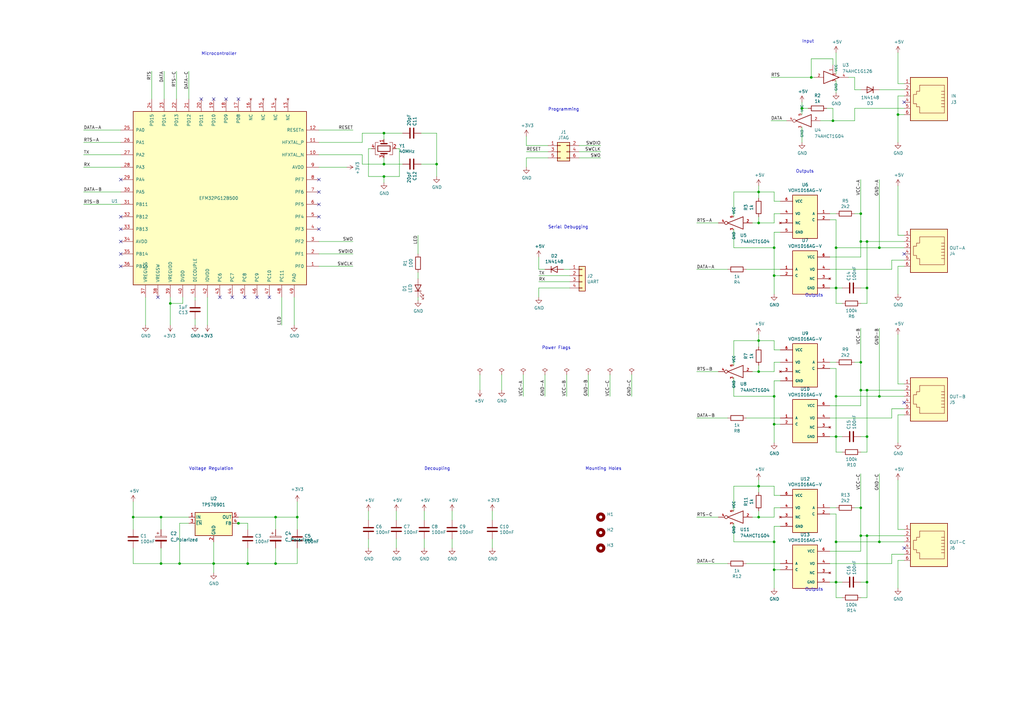
<source format=kicad_sch>
(kicad_sch (version 20211123) (generator eeschema)
  (paper "A3")
  (junction (at 353.06 160.02))
  (junction (at 355.6 99.06))
  (junction (at 157.48 67.31))
  (junction (at 353.06 208.28))
  (junction (at 317.5 101.6))
  (junction (at 355.6 219.71))
  (junction (at 157.48 72.39))
  (junction (at 353.06 87.63))
  (junction (at 342.9 179.07))
  (junction (at 311.15 78.74))
  (junction (at 341.63 49.53))
  (junction (at 317.5 173.99))
  (junction (at 368.3 46.99))
  (junction (at 54.61 212.09))
  (junction (at 353.06 99.06))
  (junction (at 69.85 124.46))
  (junction (at 342.9 101.6))
  (junction (at 360.68 101.6))
  (junction (at 342.9 118.11))
  (junction (at 179.07 67.31))
  (junction (at 66.04 212.09))
  (junction (at 342.9 162.56))
  (junction (at 342.9 238.76))
  (junction (at 311.15 212.09))
  (junction (at 332.74 31.75))
  (junction (at 73.66 231.14))
  (junction (at 355.6 179.07))
  (junction (at 317.5 222.25))
  (junction (at 342.9 222.25))
  (junction (at 311.15 152.4))
  (junction (at 360.68 162.56))
  (junction (at 66.04 231.14))
  (junction (at 311.15 91.44))
  (junction (at 101.6 231.14))
  (junction (at 355.6 160.02))
  (junction (at 121.92 212.09))
  (junction (at 317.5 233.68))
  (junction (at 353.06 148.59))
  (junction (at 113.03 212.09))
  (junction (at 311.15 199.39))
  (junction (at 328.93 44.45))
  (junction (at 317.5 162.56))
  (junction (at 317.5 113.03))
  (junction (at 360.68 222.25))
  (junction (at 113.03 231.14))
  (junction (at 355.6 118.11))
  (junction (at 355.6 238.76))
  (junction (at 311.15 139.7))
  (junction (at 353.06 219.71))
  (junction (at 157.48 54.61))
  (junction (at 97.79 214.63))
  (junction (at 87.63 231.14))
  (no_connect (at 49.53 73.66))
  (no_connect (at 130.81 88.9))
  (no_connect (at 49.53 93.98))
  (no_connect (at 49.53 88.9))
  (no_connect (at 105.41 121.92))
  (no_connect (at 130.81 78.74))
  (no_connect (at 130.81 73.66))
  (no_connect (at 370.84 224.79))
  (no_connect (at 370.84 165.1))
  (no_connect (at 130.81 83.82))
  (no_connect (at 82.55 40.64))
  (no_connect (at 97.79 40.64))
  (no_connect (at 49.53 109.22))
  (no_connect (at 370.84 41.91))
  (no_connect (at 90.17 121.92))
  (no_connect (at 92.71 40.64))
  (no_connect (at 95.25 121.92))
  (no_connect (at 100.33 121.92))
  (no_connect (at 110.49 121.92))
  (no_connect (at 64.77 121.92))
  (no_connect (at 87.63 40.64))
  (no_connect (at 49.53 104.14))
  (no_connect (at 49.53 99.06))
  (no_connect (at 370.84 104.14))
  (no_connect (at 130.81 93.98))
  (wire (pts (xy 49.53 68.58) (xy 34.29 68.58)))
  (wire (pts (xy 162.56 220.98) (xy 162.56 224.79)))
  (wire (pts (xy 66.04 231.14) (xy 73.66 231.14)))
  (wire (pts (xy 353.06 219.71) (xy 355.6 219.71)))
  (wire (pts (xy 340.36 90.17) (xy 342.9 90.17)))
  (wire (pts (xy 298.45 231.14) (xy 285.75 231.14)))
  (wire (pts (xy 157.48 57.15) (xy 157.48 54.61)))
  (wire (pts (xy 317.5 208.28) (xy 317.5 212.09)))
  (wire (pts (xy 224.79 62.23) (xy 215.9 62.23)))
  (wire (pts (xy 185.42 220.98) (xy 185.42 224.79)))
  (wire (pts (xy 340.36 151.13) (xy 342.9 151.13)))
  (wire (pts (xy 311.15 212.09) (xy 317.5 212.09)))
  (wire (pts (xy 311.15 199.39) (xy 317.5 199.39)))
  (wire (pts (xy 201.93 220.98) (xy 201.93 224.79)))
  (wire (pts (xy 95.25 214.63) (xy 97.79 214.63)))
  (wire (pts (xy 360.68 101.6) (xy 370.84 101.6)))
  (wire (pts (xy 328.93 52.07) (xy 328.93 58.42)))
  (wire (pts (xy 220.98 110.49) (xy 223.52 110.49)))
  (wire (pts (xy 298.45 171.45) (xy 285.75 171.45)))
  (wire (pts (xy 157.48 74.93) (xy 157.48 72.39)))
  (wire (pts (xy 300.99 139.7) (xy 311.15 139.7)))
  (wire (pts (xy 300.99 139.7) (xy 300.99 149.86)))
  (wire (pts (xy 121.92 217.17) (xy 121.92 212.09)))
  (wire (pts (xy 308.61 152.4) (xy 311.15 152.4)))
  (wire (pts (xy 353.06 160.02) (xy 355.6 160.02)))
  (wire (pts (xy 179.07 67.31) (xy 179.07 72.39)))
  (wire (pts (xy 311.15 209.55) (xy 311.15 212.09)))
  (wire (pts (xy 328.93 44.45) (xy 328.93 41.91)))
  (wire (pts (xy 355.6 245.11) (xy 355.6 238.76)))
  (wire (pts (xy 355.6 160.02) (xy 370.84 160.02)))
  (wire (pts (xy 328.93 46.99) (xy 328.93 44.45)))
  (wire (pts (xy 185.42 213.36) (xy 185.42 209.55)))
  (wire (pts (xy 370.84 157.48) (xy 368.3 157.48)))
  (wire (pts (xy 241.3 153.67) (xy 241.3 162.56)))
  (wire (pts (xy 355.6 99.06) (xy 370.84 99.06)))
  (wire (pts (xy 163.83 60.96) (xy 163.83 72.39)))
  (wire (pts (xy 360.68 134.62) (xy 360.68 162.56)))
  (wire (pts (xy 342.9 118.11) (xy 340.36 118.11)))
  (wire (pts (xy 365.76 106.68) (xy 365.76 110.49)))
  (wire (pts (xy 353.06 148.59) (xy 353.06 160.02)))
  (wire (pts (xy 370.84 96.52) (xy 368.3 96.52)))
  (wire (pts (xy 300.99 101.6) (xy 317.5 101.6)))
  (wire (pts (xy 350.52 44.45) (xy 370.84 44.45)))
  (wire (pts (xy 368.3 157.48) (xy 368.3 137.16)))
  (wire (pts (xy 317.5 173.99) (xy 317.5 181.61)))
  (wire (pts (xy 311.15 152.4) (xy 317.5 152.4)))
  (wire (pts (xy 205.74 153.67) (xy 205.74 160.02)))
  (wire (pts (xy 345.44 179.07) (xy 342.9 179.07)))
  (wire (pts (xy 353.06 179.07) (xy 355.6 179.07)))
  (wire (pts (xy 355.6 238.76) (xy 355.6 219.71)))
  (wire (pts (xy 311.15 139.7) (xy 317.5 139.7)))
  (wire (pts (xy 320.04 156.21) (xy 317.5 156.21)))
  (wire (pts (xy 353.06 118.11) (xy 355.6 118.11)))
  (wire (pts (xy 101.6 214.63) (xy 101.6 217.17)))
  (wire (pts (xy 353.06 99.06) (xy 355.6 99.06)))
  (wire (pts (xy 311.15 81.28) (xy 311.15 78.74)))
  (wire (pts (xy 49.53 53.34) (xy 34.29 53.34)))
  (wire (pts (xy 317.5 222.25) (xy 317.5 233.68)))
  (wire (pts (xy 353.06 245.11) (xy 355.6 245.11)))
  (wire (pts (xy 311.15 91.44) (xy 317.5 91.44)))
  (wire (pts (xy 339.09 44.45) (xy 341.63 44.45)))
  (wire (pts (xy 311.15 137.16) (xy 311.15 139.7)))
  (wire (pts (xy 347.98 31.75) (xy 350.52 31.75)))
  (wire (pts (xy 172.72 54.61) (xy 179.07 54.61)))
  (wire (pts (xy 300.99 222.25) (xy 317.5 222.25)))
  (wire (pts (xy 368.3 96.52) (xy 368.3 76.2)))
  (wire (pts (xy 300.99 78.74) (xy 311.15 78.74)))
  (wire (pts (xy 317.5 156.21) (xy 317.5 162.56)))
  (wire (pts (xy 342.9 148.59) (xy 340.36 148.59)))
  (wire (pts (xy 316.23 31.75) (xy 332.74 31.75)))
  (wire (pts (xy 80.01 130.81) (xy 80.01 133.35)))
  (wire (pts (xy 308.61 91.44) (xy 311.15 91.44)))
  (wire (pts (xy 113.03 212.09) (xy 121.92 212.09)))
  (wire (pts (xy 294.64 152.4) (xy 285.75 152.4)))
  (wire (pts (xy 300.99 78.74) (xy 300.99 88.9)))
  (wire (pts (xy 196.85 153.67) (xy 196.85 160.02)))
  (wire (pts (xy 365.76 227.33) (xy 365.76 231.14)))
  (wire (pts (xy 85.09 121.92) (xy 85.09 133.35)))
  (wire (pts (xy 171.45 96.52) (xy 171.45 104.14)))
  (wire (pts (xy 368.3 217.17) (xy 368.3 196.85)))
  (wire (pts (xy 317.5 143.51) (xy 317.5 139.7)))
  (wire (pts (xy 317.5 148.59) (xy 317.5 152.4)))
  (wire (pts (xy 341.63 49.53) (xy 350.52 49.53)))
  (wire (pts (xy 317.5 82.55) (xy 317.5 78.74)))
  (wire (pts (xy 353.06 185.42) (xy 355.6 185.42)))
  (wire (pts (xy 342.9 101.6) (xy 360.68 101.6)))
  (wire (pts (xy 340.36 226.06) (xy 353.06 226.06)))
  (wire (pts (xy 300.99 154.94) (xy 300.99 162.56)))
  (wire (pts (xy 332.74 31.75) (xy 332.74 24.13)))
  (wire (pts (xy 148.59 63.5) (xy 148.59 67.31)))
  (wire (pts (xy 320.04 87.63) (xy 317.5 87.63)))
  (wire (pts (xy 345.44 245.11) (xy 342.9 245.11)))
  (wire (pts (xy 332.74 24.13) (xy 341.63 24.13)))
  (wire (pts (xy 311.15 88.9) (xy 311.15 91.44)))
  (wire (pts (xy 311.15 76.2) (xy 311.15 78.74)))
  (wire (pts (xy 350.52 148.59) (xy 353.06 148.59)))
  (wire (pts (xy 320.04 215.9) (xy 317.5 215.9)))
  (wire (pts (xy 322.58 49.53) (xy 316.23 49.53)))
  (wire (pts (xy 59.69 121.92) (xy 59.69 133.35)))
  (wire (pts (xy 80.01 121.92) (xy 80.01 123.19)))
  (wire (pts (xy 370.84 34.29) (xy 368.3 34.29)))
  (wire (pts (xy 360.68 194.31) (xy 360.68 222.25)))
  (wire (pts (xy 353.06 87.63) (xy 353.06 99.06)))
  (wire (pts (xy 162.56 213.36) (xy 162.56 209.55)))
  (wire (pts (xy 360.68 36.83) (xy 370.84 36.83)))
  (wire (pts (xy 340.36 210.82) (xy 342.9 210.82)))
  (wire (pts (xy 259.08 153.67) (xy 259.08 162.56)))
  (wire (pts (xy 320.04 95.25) (xy 317.5 95.25)))
  (wire (pts (xy 336.55 49.53) (xy 341.63 49.53)))
  (wire (pts (xy 320.04 148.59) (xy 317.5 148.59)))
  (wire (pts (xy 173.99 213.36) (xy 173.99 209.55)))
  (wire (pts (xy 342.9 179.07) (xy 340.36 179.07)))
  (wire (pts (xy 62.23 40.64) (xy 62.23 29.21)))
  (wire (pts (xy 151.13 213.36) (xy 151.13 209.55)))
  (wire (pts (xy 342.9 21.59) (xy 342.9 30.48)))
  (wire (pts (xy 73.66 231.14) (xy 87.63 231.14)))
  (wire (pts (xy 342.9 210.82) (xy 342.9 222.25)))
  (wire (pts (xy 201.93 213.36) (xy 201.93 209.55)))
  (wire (pts (xy 69.85 124.46) (xy 69.85 133.35)))
  (wire (pts (xy 365.76 110.49) (xy 340.36 110.49)))
  (wire (pts (xy 311.15 196.85) (xy 311.15 199.39)))
  (wire (pts (xy 294.64 212.09) (xy 285.75 212.09)))
  (wire (pts (xy 342.9 162.56) (xy 360.68 162.56)))
  (wire (pts (xy 171.45 114.3) (xy 171.45 111.76)))
  (wire (pts (xy 370.84 217.17) (xy 368.3 217.17)))
  (wire (pts (xy 370.84 170.18) (xy 368.3 170.18)))
  (wire (pts (xy 224.79 59.69) (xy 215.9 59.69)))
  (wire (pts (xy 49.53 78.74) (xy 34.29 78.74)))
  (wire (pts (xy 157.48 54.61) (xy 165.1 54.61)))
  (wire (pts (xy 342.9 87.63) (xy 340.36 87.63)))
  (wire (pts (xy 311.15 201.93) (xy 311.15 199.39)))
  (wire (pts (xy 66.04 212.09) (xy 54.61 212.09)))
  (wire (pts (xy 101.6 231.14) (xy 113.03 231.14)))
  (wire (pts (xy 69.85 124.46) (xy 74.93 124.46)))
  (wire (pts (xy 353.06 134.62) (xy 353.06 148.59)))
  (wire (pts (xy 74.93 124.46) (xy 74.93 121.92)))
  (wire (pts (xy 97.79 214.63) (xy 101.6 214.63)))
  (wire (pts (xy 317.5 173.99) (xy 320.04 173.99)))
  (wire (pts (xy 237.49 62.23) (xy 246.38 62.23)))
  (wire (pts (xy 317.5 113.03) (xy 320.04 113.03)))
  (wire (pts (xy 317.5 95.25) (xy 317.5 101.6)))
  (wire (pts (xy 115.57 121.92) (xy 115.57 133.35)))
  (wire (pts (xy 342.9 151.13) (xy 342.9 162.56)))
  (wire (pts (xy 320.04 82.55) (xy 317.5 82.55)))
  (wire (pts (xy 220.98 110.49) (xy 220.98 105.41)))
  (wire (pts (xy 311.15 142.24) (xy 311.15 139.7)))
  (wire (pts (xy 317.5 162.56) (xy 317.5 173.99)))
  (wire (pts (xy 353.06 124.46) (xy 355.6 124.46)))
  (wire (pts (xy 66.04 231.14) (xy 54.61 231.14)))
  (wire (pts (xy 214.63 153.67) (xy 214.63 162.56)))
  (wire (pts (xy 353.06 194.31) (xy 353.06 208.28)))
  (wire (pts (xy 220.98 113.03) (xy 233.68 113.03)))
  (wire (pts (xy 345.44 238.76) (xy 342.9 238.76)))
  (wire (pts (xy 306.07 231.14) (xy 320.04 231.14)))
  (wire (pts (xy 49.53 83.82) (xy 34.29 83.82)))
  (wire (pts (xy 130.81 63.5) (xy 148.59 63.5)))
  (wire (pts (xy 353.06 208.28) (xy 353.06 219.71)))
  (wire (pts (xy 231.14 110.49) (xy 233.68 110.49)))
  (wire (pts (xy 308.61 212.09) (xy 311.15 212.09)))
  (wire (pts (xy 341.63 24.13) (xy 341.63 26.67)))
  (wire (pts (xy 342.9 222.25) (xy 342.9 238.76)))
  (wire (pts (xy 331.47 44.45) (xy 328.93 44.45)))
  (wire (pts (xy 233.68 118.11) (xy 220.98 118.11)))
  (wire (pts (xy 342.9 222.25) (xy 360.68 222.25)))
  (wire (pts (xy 121.92 212.09) (xy 121.92 205.74)))
  (wire (pts (xy 157.48 67.31) (xy 165.1 67.31)))
  (wire (pts (xy 353.06 73.66) (xy 353.06 87.63)))
  (wire (pts (xy 340.36 105.41) (xy 353.06 105.41)))
  (wire (pts (xy 370.84 109.22) (xy 368.3 109.22)))
  (wire (pts (xy 342.9 238.76) (xy 340.36 238.76)))
  (wire (pts (xy 370.84 229.87) (xy 368.3 229.87)))
  (wire (pts (xy 340.36 166.37) (xy 353.06 166.37)))
  (wire (pts (xy 317.5 233.68) (xy 317.5 241.3)))
  (wire (pts (xy 77.47 214.63) (xy 73.66 214.63)))
  (wire (pts (xy 54.61 212.09) (xy 54.61 205.74)))
  (wire (pts (xy 148.59 58.42) (xy 148.59 54.61)))
  (wire (pts (xy 350.52 36.83) (xy 350.52 31.75)))
  (wire (pts (xy 342.9 162.56) (xy 342.9 179.07)))
  (wire (pts (xy 66.04 212.09) (xy 66.04 217.17)))
  (wire (pts (xy 311.15 78.74) (xy 317.5 78.74)))
  (wire (pts (xy 151.13 72.39) (xy 151.13 60.96)))
  (wire (pts (xy 370.84 46.99) (xy 368.3 46.99)))
  (wire (pts (xy 148.59 54.61) (xy 157.48 54.61)))
  (wire (pts (xy 365.76 171.45) (xy 340.36 171.45)))
  (wire (pts (xy 342.9 90.17) (xy 342.9 101.6)))
  (wire (pts (xy 77.47 40.64) (xy 77.47 29.21)))
  (wire (pts (xy 317.5 233.68) (xy 320.04 233.68)))
  (wire (pts (xy 87.63 231.14) (xy 101.6 231.14)))
  (wire (pts (xy 300.99 199.39) (xy 311.15 199.39)))
  (wire (pts (xy 77.47 212.09) (xy 66.04 212.09)))
  (wire (pts (xy 368.3 109.22) (xy 368.3 120.65)))
  (wire (pts (xy 341.63 44.45) (xy 341.63 49.53)))
  (wire (pts (xy 317.5 113.03) (xy 317.5 120.65)))
  (wire (pts (xy 317.5 101.6) (xy 317.5 113.03)))
  (wire (pts (xy 130.81 58.42) (xy 148.59 58.42)))
  (wire (pts (xy 66.04 224.79) (xy 66.04 231.14)))
  (wire (pts (xy 350.52 44.45) (xy 350.52 49.53)))
  (wire (pts (xy 365.76 231.14) (xy 340.36 231.14)))
  (wire (pts (xy 148.59 67.31) (xy 157.48 67.31)))
  (wire (pts (xy 317.5 87.63) (xy 317.5 91.44)))
  (wire (pts (xy 130.81 109.22) (xy 144.78 109.22)))
  (wire (pts (xy 220.98 118.11) (xy 220.98 121.92)))
  (wire (pts (xy 368.3 39.37) (xy 368.3 46.99)))
  (wire (pts (xy 317.5 203.2) (xy 317.5 199.39)))
  (wire (pts (xy 368.3 241.3) (xy 368.3 229.87)))
  (wire (pts (xy 368.3 170.18) (xy 368.3 181.61)))
  (wire (pts (xy 342.9 124.46) (xy 342.9 118.11)))
  (wire (pts (xy 215.9 59.69) (xy 215.9 55.88)))
  (wire (pts (xy 355.6 124.46) (xy 355.6 118.11)))
  (wire (pts (xy 223.52 153.67) (xy 223.52 162.56)))
  (wire (pts (xy 250.19 153.67) (xy 250.19 162.56)))
  (wire (pts (xy 353.06 226.06) (xy 353.06 219.71)))
  (wire (pts (xy 87.63 234.95) (xy 87.63 231.14)))
  (wire (pts (xy 355.6 118.11) (xy 355.6 99.06)))
  (wire (pts (xy 67.31 40.64) (xy 67.31 29.21)))
  (wire (pts (xy 365.76 167.64) (xy 365.76 171.45)))
  (wire (pts (xy 215.9 64.77) (xy 215.9 68.58)))
  (wire (pts (xy 233.68 115.57) (xy 220.98 115.57)))
  (wire (pts (xy 157.48 72.39) (xy 163.83 72.39)))
  (wire (pts (xy 306.07 110.49) (xy 320.04 110.49)))
  (wire (pts (xy 317.5 215.9) (xy 317.5 222.25)))
  (wire (pts (xy 121.92 231.14) (xy 113.03 231.14)))
  (wire (pts (xy 113.03 231.14) (xy 113.03 224.79)))
  (wire (pts (xy 345.44 185.42) (xy 342.9 185.42)))
  (wire (pts (xy 355.6 185.42) (xy 355.6 179.07)))
  (wire (pts (xy 342.9 101.6) (xy 342.9 118.11)))
  (wire (pts (xy 113.03 217.17) (xy 113.03 212.09)))
  (wire (pts (xy 360.68 222.25) (xy 370.84 222.25)))
  (wire (pts (xy 370.84 167.64) (xy 365.76 167.64)))
  (wire (pts (xy 49.53 58.42) (xy 34.29 58.42)))
  (wire (pts (xy 342.9 185.42) (xy 342.9 179.07)))
  (wire (pts (xy 157.48 64.77) (xy 157.48 67.31)))
  (wire (pts (xy 353.06 238.76) (xy 355.6 238.76)))
  (wire (pts (xy 306.07 171.45) (xy 320.04 171.45)))
  (wire (pts (xy 350.52 36.83) (xy 353.06 36.83)))
  (wire (pts (xy 87.63 231.14) (xy 87.63 222.25)))
  (wire (pts (xy 179.07 67.31) (xy 172.72 67.31)))
  (wire (pts (xy 294.64 91.44) (xy 285.75 91.44)))
  (wire (pts (xy 342.9 245.11) (xy 342.9 238.76)))
  (wire (pts (xy 355.6 219.71) (xy 370.84 219.71)))
  (wire (pts (xy 345.44 118.11) (xy 342.9 118.11)))
  (wire (pts (xy 151.13 72.39) (xy 157.48 72.39)))
  (wire (pts (xy 300.99 199.39) (xy 300.99 209.55)))
  (wire (pts (xy 151.13 220.98) (xy 151.13 224.79)))
  (wire (pts (xy 237.49 64.77) (xy 246.38 64.77)))
  (wire (pts (xy 353.06 166.37) (xy 353.06 160.02)))
  (wire (pts (xy 342.9 208.28) (xy 340.36 208.28)))
  (wire (pts (xy 151.13 60.96) (xy 152.4 60.96)))
  (wire (pts (xy 320.04 143.51) (xy 317.5 143.51)))
  (wire (pts (xy 54.61 224.79) (xy 54.61 231.14)))
  (wire (pts (xy 350.52 208.28) (xy 353.06 208.28)))
  (wire (pts (xy 237.49 59.69) (xy 246.38 59.69)))
  (wire (pts (xy 173.99 220.98) (xy 173.99 224.79)))
  (wire (pts (xy 368.3 34.29) (xy 368.3 21.59)))
  (wire (pts (xy 130.81 104.14) (xy 144.78 104.14)))
  (wire (pts (xy 73.66 214.63) (xy 73.66 231.14)))
  (wire (pts (xy 120.65 121.92) (xy 120.65 133.35)))
  (wire (pts (xy 370.84 227.33) (xy 365.76 227.33)))
  (wire (pts (xy 179.07 54.61) (xy 179.07 67.31)))
  (wire (pts (xy 130.81 99.06) (xy 144.78 99.06)))
  (wire (pts (xy 370.84 39.37) (xy 368.3 39.37)))
  (wire (pts (xy 232.41 153.67) (xy 232.41 162.56)))
  (wire (pts (xy 130.81 68.58) (xy 142.24 68.58)))
  (wire (pts (xy 332.74 31.75) (xy 334.01 31.75)))
  (wire (pts (xy 224.79 64.77) (xy 215.9 64.77)))
  (wire (pts (xy 311.15 149.86) (xy 311.15 152.4)))
  (wire (pts (xy 300.99 214.63) (xy 300.99 222.25)))
  (wire (pts (xy 368.3 46.99) (xy 368.3 58.42)))
  (wire (pts (xy 130.81 53.34) (xy 144.78 53.34)))
  (wire (pts (xy 370.84 106.68) (xy 365.76 106.68)))
  (wire (pts (xy 320.04 203.2) (xy 317.5 203.2)))
  (wire (pts (xy 360.68 162.56) (xy 370.84 162.56)))
  (wire (pts (xy 342.9 33.02) (xy 342.9 38.1)))
  (wire (pts (xy 101.6 224.79) (xy 101.6 231.14)))
  (wire (pts (xy 350.52 87.63) (xy 353.06 87.63)))
  (wire (pts (xy 355.6 179.07) (xy 355.6 160.02)))
  (wire (pts (xy 171.45 121.92) (xy 171.45 123.19)))
  (wire (pts (xy 72.39 40.64) (xy 72.39 29.21)))
  (wire (pts (xy 353.06 105.41) (xy 353.06 99.06)))
  (wire (pts (xy 69.85 121.92) (xy 69.85 124.46)))
  (wire (pts (xy 300.99 162.56) (xy 317.5 162.56)))
  (wire (pts (xy 97.79 212.09) (xy 113.03 212.09)))
  (wire (pts (xy 360.68 73.66) (xy 360.68 101.6)))
  (wire (pts (xy 345.44 124.46) (xy 342.9 124.46)))
  (wire (pts (xy 54.61 212.09) (xy 54.61 217.17)))
  (wire (pts (xy 49.53 63.5) (xy 34.29 63.5)))
  (wire (pts (xy 300.99 93.98) (xy 300.99 101.6)))
  (wire (pts (xy 162.56 60.96) (xy 163.83 60.96)))
  (wire (pts (xy 320.04 208.28) (xy 317.5 208.28)))
  (wire (pts (xy 121.92 224.79) (xy 121.92 231.14)))
  (wire (pts (xy 298.45 110.49) (xy 285.75 110.49)))
  (text "Decoupling" (at 173.99 193.04 0) (effects (font (size 1.27 1.27)) (justify left bottom)))
  (text "Microcontroller" (at 82.55 22.86 0) (effects (font (size 1.27 1.27)) (justify left bottom)))
  (text "Outputs" (at 330.2 242.57 0) (effects (font (size 1.27 1.27)) (justify left bottom)))
  (text "Input" (at 328.93 17.78 0) (effects (font (size 1.27 1.27)) (justify left bottom)))
  (text "Serial Debugging" (at 224.79 93.98 0) (effects (font (size 1.27 1.27)) (justify left bottom)))
  (text "Outputs" (at 326.39 71.12 0) (effects (font (size 1.27 1.27)) (justify left bottom)))
  (text "Mounting Holes" (at 240.03 193.04 0) (effects (font (size 1.27 1.27)) (justify left bottom)))
  (text "Voltage Regulation" (at 77.47 193.04 0) (effects (font (size 1.27 1.27)) (justify left bottom)))
  (text "Programming" (at 224.79 45.72 0) (effects (font (size 1.27 1.27)) (justify left bottom)))
  (text "Power Flags" (at 222.25 143.51 0) (effects (font (size 1.27 1.27)) (justify left bottom)))
  (text "Outputs" (at 330.2 121.92 0) (effects (font (size 1.27 1.27)) (justify left bottom)))
  (label "VCC-C" (at 250.19 162.56 90))
  (label "RX" (at 220.98 115.57 0))
  (label "GND-B" (at 360.68 134.62 270))
  (label "GND-C" (at 360.68 194.31 270))
  (label "SWCLK" (at 246.38 62.23 180))
  (label "GND-A" (at 360.68 73.66 270))
  (label "DATA-A" (at 285.75 110.49 0))
  (label "RX" (at 34.29 68.58 0))
  (label "DATA" (at 67.31 29.21 270))
  (label "VCC-B" (at 232.41 162.56 90))
  (label "LED" (at 171.45 96.52 270))
  (label "TX" (at 34.29 63.5 0))
  (label "GND-B" (at 241.3 162.56 90))
  (label "RTS-A" (at 285.75 91.44 0))
  (label "RTS-A" (at 34.29 58.42 0))
  (label "SWDIO" (at 144.78 104.14 180))
  (label "DATA-A" (at 34.29 53.34 0))
  (label "DATA-B" (at 34.29 78.74 0))
  (label "RTS-C" (at 285.75 212.09 0))
  (label "LED" (at 115.57 133.35 90))
  (label "RTS-B" (at 34.29 83.82 0))
  (label "GND-C" (at 259.08 162.56 90))
  (label "DATA-B" (at 285.75 171.45 0))
  (label "VCC-B" (at 353.06 134.62 270))
  (label "DATA-C" (at 77.47 29.21 270))
  (label "RESET" (at 215.9 62.23 0))
  (label "SWDIO" (at 246.38 59.69 180))
  (label "RTS" (at 316.23 31.75 0))
  (label "RTS-B" (at 285.75 152.4 0))
  (label "RESET" (at 144.78 53.34 180))
  (label "VCC-A" (at 214.63 162.56 90))
  (label "DATA-C" (at 285.75 231.14 0))
  (label "DATA" (at 316.23 49.53 0))
  (label "RTS" (at 62.23 29.21 270))
  (label "TX" (at 220.98 113.03 0))
  (label "GND-A" (at 223.52 162.56 90))
  (label "VCC-A" (at 353.06 73.66 270))
  (label "SWCLK" (at 144.78 109.22 180))
  (label "RTS-C" (at 72.39 29.21 270))
  (label "SWO" (at 144.78 99.06 180))
  (label "SWO" (at 246.38 64.77 180))
  (label "VCC-C" (at 353.06 194.31 270))
  (symbol (lib_id "Connector:RJ12") (at 381 39.37 180) (unit 1)
    (property "Reference" "J3" (at 391.16 41.91 0))
    (property "Value" "IN" (at 391.16 39.37 0))
    (property "Footprint" "Connector_RJ:RJ12_Amphenol_54601" (effects hide))
  )
  (symbol (lib_id "Connector:RJ12") (at 381 101.6 180) (unit 1)
    (property "Reference" "J4" (at 389.382 104.0384 0) (effects (justify right)))
    (property "Value" "OUT-A" (at 389.382 101.727 0) (effects (justify right)))
    (property "Footprint" "Connector_RJ:RJ12_Amphenol_54601" (effects hide))
  )
  (symbol (lib_id "Connector:RJ12") (at 381 162.56 180) (unit 1)
    (property "Reference" "J5" (at 389.382 164.9984 0) (effects (justify right)))
    (property "Value" "OUT-B" (at 389.382 162.687 0) (effects (justify right)))
    (property "Footprint" "Connector_RJ:RJ12_Amphenol_54601" (effects hide))
  )
  (symbol (lib_id "Connector:RJ12") (at 381 222.25 180) (unit 1)
    (property "Reference" "J6" (at 389.382 224.6884 0) (effects (justify right)))
    (property "Value" "OUT-C" (at 389.382 222.377 0) (effects (justify right)))
    (property "Footprint" "Connector_RJ:RJ12_Amphenol_54601" (effects hide))
  )
  (symbol (lib_id "Connector_Generic:Conn_01x04") (at 238.76 113.03 0) (unit 1)
    (property "Reference" "J2" (at 240.792 113.2332 0) (effects (justify left)))
    (property "Value" "UART" (at 240.792 115.5446 0) (effects (justify left)))
    (property "Footprint" "Connector_PinHeader_1.27mm:PinHeader_1x04_P1.27mm_Vertical" (effects hide))
  )
  (symbol (lib_id "power:GND") (at 220.98 121.92 0) (unit 1)
    (property "Reference" "#PWR026" (effects hide))
    (property "Value" "GND" (at 221.107 126.3142 0))
  )
  (symbol (lib_id "power:+5V") (at 220.98 105.41 0) (unit 1)
    (property "Reference" "#PWR025" (effects hide))
    (property "Value" "+5V" (at 221.361 101.0158 0))
  )
  (symbol (lib_id "power:GND") (at 87.63 234.95 0) (unit 1)
    (property "Reference" "#PWR07" (effects hide))
    (property "Value" "GND" (at 87.757 239.3442 0))
  )
  (symbol (lib_id "silabs:EFM32PG12B500") (at 90.17 81.28 180) (unit 1)
    (property "Reference" "U1" (at 48.4124 82.4484 0) (effects (justify left)))
    (property "Value" "EFM32PG12B500" (at 97.79 81.28 0) (effects (justify left)))
    (property "Footprint" "Package_DFN_QFN:QFN-48-1EP_7x7mm_P0.5mm_EP5.3x5.3mm" (effects hide))
  )
  (symbol (lib_id "Device:C") (at 121.92 220.98 0) (unit 1)
    (property "Reference" "C5" (at 124.841 219.8116 0) (effects (justify left)))
    (property "Value" "100nF" (at 124.841 222.123 0) (effects (justify left)))
    (property "Footprint" "Capacitor_SMD:C_0603_1608Metric" (effects hide))
  )
  (symbol (lib_id "Device:C") (at 54.61 220.98 0) (unit 1)
    (property "Reference" "C1" (at 57.531 219.8116 0) (effects (justify left)))
    (property "Value" "100nF" (at 57.531 222.123 0) (effects (justify left)))
    (property "Footprint" "Capacitor_SMD:C_0603_1608Metric" (effects hide))
  )
  (symbol (lib_id "power:+5V") (at 54.61 205.74 0) (unit 1)
    (property "Reference" "#PWR02" (effects hide))
    (property "Value" "+5V" (at 54.991 201.3458 0))
  )
  (symbol (lib_id "Device:C") (at 168.91 54.61 270) (mirror x) (unit 1)
    (property "Reference" "C11" (at 170.0784 51.689 0) (effects (justify left)))
    (property "Value" "20pF" (at 167.767 51.689 0) (effects (justify left)))
    (property "Footprint" "Capacitor_SMD:C_0603_1608Metric" (effects hide))
  )
  (symbol (lib_id "Device:C") (at 168.91 67.31 270) (unit 1)
    (property "Reference" "C12" (at 170.0784 70.231 0) (effects (justify left)))
    (property "Value" "20pF" (at 167.767 70.231 0) (effects (justify left)))
    (property "Footprint" "Capacitor_SMD:C_0603_1608Metric" (effects hide))
  )
  (symbol (lib_id "power:GND") (at 179.07 72.39 0) (unit 1)
    (property "Reference" "#PWR018" (effects hide))
    (property "Value" "GND" (at 179.197 76.7842 0))
  )
  (symbol (lib_id "Device:C") (at 80.01 127 180) (unit 1)
    (property "Reference" "C13" (at 77.089 128.1684 0) (effects (justify left)))
    (property "Value" "1µF" (at 77.089 125.857 0) (effects (justify left)))
    (property "Footprint" "Capacitor_SMD:C_0603_1608Metric" (effects hide))
  )
  (symbol (lib_id "power:GND") (at 80.01 133.35 0) (unit 1)
    (property "Reference" "#PWR05" (effects hide))
    (property "Value" "GND" (at 80.137 137.7442 0))
  )
  (symbol (lib_id "power:+3V3") (at 69.85 133.35 180) (unit 1)
    (property "Reference" "#PWR04" (effects hide))
    (property "Value" "+3.3V" (at 69.469 137.7442 0))
  )
  (symbol (lib_id "power:GND") (at 59.69 133.35 0) (unit 1)
    (property "Reference" "#PWR03" (effects hide))
    (property "Value" "GND" (at 59.817 137.7442 0))
  )
  (symbol (lib_id "power:+3V3") (at 85.09 133.35 180) (unit 1)
    (property "Reference" "#PWR06" (effects hide))
    (property "Value" "+3.3V" (at 84.709 137.7442 0))
  )
  (symbol (lib_id "power:GND") (at 120.65 133.35 0) (unit 1)
    (property "Reference" "#PWR09" (effects hide))
    (property "Value" "GND" (at 120.777 137.7442 0))
  )
  (symbol (lib_id "power:+3V3") (at 142.24 68.58 270) (unit 1)
    (property "Reference" "#PWR010" (effects hide))
    (property "Value" "+3.3V" (at 146.6342 68.961 0))
  )
  (symbol (lib_id "Connector_Generic:Conn_02x03_Odd_Even") (at 229.87 62.23 0) (unit 1)
    (property "Reference" "J1" (at 231.14 54.1782 0))
    (property "Value" "JTAG" (at 231.14 56.4896 0))
    (property "Footprint" "Connector_PinHeader_1.27mm:PinHeader_2x03_P1.27mm_Vertical" (effects hide))
  )
  (symbol (lib_id "power:+3V3") (at 215.9 55.88 0) (unit 1)
    (property "Reference" "#PWR023" (effects hide))
    (property "Value" "+3.3V" (at 216.281 51.4858 0))
  )
  (symbol (lib_id "power:GND") (at 215.9 68.58 0) (unit 1)
    (property "Reference" "#PWR024" (effects hide))
    (property "Value" "GND" (at 216.027 72.9742 0))
  )
  (symbol (lib_id "Device:C") (at 201.93 217.17 0) (unit 1)
    (property "Reference" "C10" (at 204.851 216.0016 0) (effects (justify left)))
    (property "Value" "100nF" (at 204.851 218.313 0) (effects (justify left)))
    (property "Footprint" "Capacitor_SMD:C_0603_1608Metric" (effects hide))
  )
  (symbol (lib_id "power:GND") (at 201.93 224.79 0) (unit 1)
    (property "Reference" "#PWR022" (effects hide))
    (property "Value" "GND" (at 202.057 229.1842 0))
  )
  (symbol (lib_id "Device:C") (at 151.13 217.17 0) (unit 1)
    (property "Reference" "C6" (at 154.051 216.0016 0) (effects (justify left)))
    (property "Value" "100nF" (at 154.051 218.313 0) (effects (justify left)))
    (property "Footprint" "Capacitor_SMD:C_0603_1608Metric" (effects hide))
  )
  (symbol (lib_id "power:GND") (at 151.13 224.79 0) (unit 1)
    (property "Reference" "#PWR012" (effects hide))
    (property "Value" "GND" (at 151.257 229.1842 0))
  )
  (symbol (lib_id "power:+5V") (at 151.13 209.55 0) (unit 1)
    (property "Reference" "#PWR011" (effects hide))
    (property "Value" "+5V" (at 151.511 205.1558 0))
  )
  (symbol (lib_id "Device:R") (at 171.45 107.95 0) (unit 1)
    (property "Reference" "R1" (at 166.1922 107.95 90))
    (property "Value" "100" (at 168.5036 107.95 90))
    (property "Footprint" "Resistor_SMD:R_0603_1608Metric" (effects hide))
  )
  (symbol (lib_id "Device:LED") (at 171.45 118.11 90) (unit 1)
    (property "Reference" "D1" (at 165.9382 118.2878 0))
    (property "Value" "LED" (at 168.2496 118.2878 0))
    (property "Footprint" "LED_SMD:LED_0603_1608Metric" (effects hide))
  )
  (symbol (lib_id "power:GND") (at 171.45 123.19 0) (unit 1)
    (property "Reference" "#PWR01" (effects hide))
    (property "Value" "GND" (at 171.577 127.5842 0))
  )
  (symbol (lib_id "Device:D") (at 227.33 110.49 0) (unit 1)
    (property "Reference" "D2" (at 227.33 104.9782 0))
    (property "Value" "1N4148" (at 227.33 107.2896 0))
    (property "Footprint" "Diode_SMD:D_0603_1608Metric" (effects hide))
  )
  (symbol (lib_id "Device:R") (at 335.28 44.45 90) (mirror x) (unit 1)
    (property "Reference" "R2" (at 335.28 39.1922 90))
    (property "Value" "1k" (at 335.28 41.5036 90))
    (property "Footprint" "Resistor_SMD:R_0603_1608Metric" (effects hide))
  )
  (symbol (lib_id "power:GND") (at 368.3 241.3 0) (unit 1)
    (property "Reference" "#PWR043" (effects hide))
    (property "Value" "GND" (at 368.427 245.6942 0))
  )
  (symbol (lib_id "power:+5V") (at 342.9 21.59 0) (unit 1)
    (property "Reference" "#PWR035" (effects hide))
    (property "Value" "+5V" (at 343.281 17.1958 0))
  )
  (symbol (lib_id "Device:C") (at 101.6 220.98 0) (unit 1)
    (property "Reference" "C3" (at 104.521 219.8116 0) (effects (justify left)))
    (property "Value" "100nF" (at 104.521 222.123 0) (effects (justify left)))
    (property "Footprint" "Capacitor_SMD:C_0603_1608Metric" (effects hide))
  )
  (symbol (lib_id "power:GND") (at 368.3 120.65 0) (unit 1)
    (property "Reference" "#PWR039" (effects hide))
    (property "Value" "GND" (at 368.427 125.0442 0))
  )
  (symbol (lib_id "power:GND") (at 368.3 181.61 0) (unit 1)
    (property "Reference" "#PWR041" (effects hide))
    (property "Value" "GND" (at 368.427 186.0042 0))
  )
  (symbol (lib_id "power:+5V") (at 368.3 21.59 0) (unit 1)
    (property "Reference" "#PWR036" (effects hide))
    (property "Value" "+5V" (at 368.681 17.1958 0))
  )
  (symbol (lib_id "power:+5V") (at 368.3 76.2 0) (unit 1)
    (property "Reference" "#PWR038" (effects hide))
    (property "Value" "+5V" (at 368.681 71.8058 0))
  )
  (symbol (lib_id "power:+5V") (at 368.3 137.16 0) (unit 1)
    (property "Reference" "#PWR040" (effects hide))
    (property "Value" "+5V" (at 368.681 132.7658 0))
  )
  (symbol (lib_id "power:+5V") (at 368.3 196.85 0) (unit 1)
    (property "Reference" "#PWR042" (effects hide))
    (property "Value" "+5V" (at 368.681 192.4558 0))
  )
  (symbol (lib_id "74xx_nohidden:74AHCT1G04") (at 300.99 91.44 0) (mirror y) (unit 1)
    (property "Reference" "U5" (at 303.53 96.52 0) (effects (justify right)))
    (property "Value" "74AHCT1G04" (at 303.53 99.06 0) (effects (justify right)))
    (property "Footprint" "Package_TO_SOT_SMD:SOT-23-5" (effects hide))
    (property "Datasheet" "http://www.ti.com/lit/sg/scyt129e/scyt129e.pdf" (effects hide))
  )
  (symbol (lib_id "power:GND") (at 368.3 58.42 0) (unit 1)
    (property "Reference" "#PWR037" (effects hide))
    (property "Value" "GND" (at 368.427 62.8142 0))
  )
  (symbol (lib_id "Mechanical:MountingHole") (at 246.38 212.09 0) (unit 1)
    (property "Reference" "H1" (at 248.92 210.9216 0) (effects (justify left)))
    (property "Value" "MountingHole" (effects hide))
    (property "Footprint" "MountingHole:MountingHole_2.2mm_M2" (effects hide))
  )
  (symbol (lib_id "Mechanical:MountingHole") (at 246.38 218.44 0) (unit 1)
    (property "Reference" "H2" (at 248.92 217.2716 0) (effects (justify left)))
    (property "Value" "MountingHole" (effects hide))
    (property "Footprint" "MountingHole:MountingHole_2.2mm_M2" (effects hide))
  )
  (symbol (lib_id "Mechanical:MountingHole") (at 246.38 224.79 0) (unit 1)
    (property "Reference" "H3" (at 248.92 223.6216 0) (effects (justify left)))
    (property "Value" "MountingHole" (effects hide))
    (property "Footprint" "MountingHole:MountingHole_2.2mm_M2" (effects hide))
  )
  (symbol (lib_id "Device:D") (at 356.87 36.83 180) (unit 1)
    (property "Reference" "D3" (at 356.87 42.3418 0))
    (property "Value" "1N4148" (at 356.87 40.0304 0))
    (property "Footprint" "Diode_SMD:D_0603_1608Metric" (effects hide))
  )
  (symbol (lib_id "Device:C") (at 185.42 217.17 0) (unit 1)
    (property "Reference" "C9" (at 188.341 216.0016 0) (effects (justify left)))
    (property "Value" "100nF" (at 188.341 218.313 0) (effects (justify left)))
    (property "Footprint" "Capacitor_SMD:C_0603_1608Metric" (effects hide))
  )
  (symbol (lib_id "power:GND") (at 185.42 224.79 0) (unit 1)
    (property "Reference" "#PWR020" (effects hide))
    (property "Value" "GND" (at 185.547 229.1842 0))
  )
  (symbol (lib_id "Device:C") (at 162.56 217.17 0) (unit 1)
    (property "Reference" "C7" (at 165.481 216.0016 0) (effects (justify left)))
    (property "Value" "100nF" (at 165.481 218.313 0) (effects (justify left)))
    (property "Footprint" "Capacitor_SMD:C_0603_1608Metric" (effects hide))
  )
  (symbol (lib_id "power:GND") (at 162.56 224.79 0) (unit 1)
    (property "Reference" "#PWR017" (effects hide))
    (property "Value" "GND" (at 162.687 229.1842 0))
  )
  (symbol (lib_id "Device:C") (at 173.99 217.17 0) (unit 1)
    (property "Reference" "C8" (at 176.911 216.0016 0) (effects (justify left)))
    (property "Value" "100nF" (at 176.911 218.313 0) (effects (justify left)))
    (property "Footprint" "Capacitor_SMD:C_0603_1608Metric" (effects hide))
  )
  (symbol (lib_id "power:GND") (at 173.99 224.79 0) (unit 1)
    (property "Reference" "#PWR015" (effects hide))
    (property "Value" "GND" (at 174.117 229.1842 0))
  )
  (symbol (lib_id "power:+5V") (at 173.99 209.55 0) (unit 1)
    (property "Reference" "#PWR0108" (effects hide))
    (property "Value" "+5V" (at 174.371 205.1558 0))
  )
  (symbol (lib_id "power:+5V") (at 162.56 209.55 0) (unit 1)
    (property "Reference" "#PWR0109" (effects hide))
    (property "Value" "+5V" (at 162.941 205.1558 0))
  )
  (symbol (lib_id "power:+5V") (at 185.42 209.55 0) (unit 1)
    (property "Reference" "#PWR0110" (effects hide))
    (property "Value" "+5V" (at 185.801 205.1558 0))
  )
  (symbol (lib_id "Device:Crystal_GND24") (at 157.48 60.96 270) (unit 1)
    (property "Reference" "Y1" (at 163.6776 59.7916 90) (effects (justify left)))
    (property "Value" "40MHz" (at 163.6776 62.103 90) (effects (justify left)))
    (property "Footprint" "Crystal:Crystal_SMD_2016-4Pin_2.0x1.6mm" (effects hide))
  )
  (symbol (lib_id "power:GND") (at 157.48 74.93 0) (unit 1)
    (property "Reference" "#PWR013" (effects hide))
    (property "Value" "GND" (at 157.607 79.3242 0))
  )
  (symbol (lib_id "Device:R") (at 346.71 87.63 270) (unit 1)
    (property "Reference" "R5" (at 346.71 82.3722 90))
    (property "Value" "2k2" (at 346.71 84.6836 90))
    (property "Footprint" "Resistor_SMD:R_0603_1608Metric" (effects hide))
  )
  (symbol (lib_id "Device:R") (at 302.26 110.49 270) (mirror x) (unit 1)
    (property "Reference" "R4" (at 302.26 115.7478 90))
    (property "Value" "1k" (at 302.26 113.4364 90))
    (property "Footprint" "Resistor_SMD:R_0603_1608Metric" (effects hide))
  )
  (symbol (lib_name "VOH1016AG-V_2") (lib_id "voh1016:VOH1016AG-V") (at 330.2 87.63 0) (mirror y) (unit 1)
    (property "Reference" "U6" (at 330.2 75.7682 0))
    (property "Value" "VOH1016AG-V" (at 330.2 78.0796 0))
    (property "Footprint" "Package_DIP:SMDIP-6_W7.62mm" (effects hide))
    (property "STANDARD" "IPC-7251" (effects hide))
    (property "MF" "Vishay" (effects hide))
    (property "PARTREV" "1.1" (effects hide))
  )
  (symbol (lib_name "VOH1016AG-V_1") (lib_id "voh1016:VOH1016AG-V") (at 330.2 110.49 0) (unit 1)
    (property "Reference" "U7" (at 330.2 98.6282 0))
    (property "Value" "VOH1016AG-V" (at 330.2 100.9396 0))
    (property "Footprint" "Package_DIP:SMDIP-6_W7.62mm" (effects hide))
    (property "STANDARD" "IPC-7251" (effects hide))
    (property "MF" "Vishay" (effects hide))
    (property "PARTREV" "1.1" (effects hide))
  )
  (symbol (lib_id "Device:R") (at 349.25 124.46 90) (unit 1)
    (property "Reference" "R6" (at 349.25 129.7178 90))
    (property "Value" "100k" (at 349.25 127.4064 90))
    (property "Footprint" "Resistor_SMD:R_0603_1608Metric" (effects hide))
  )
  (symbol (lib_id "Device:R") (at 349.25 185.42 90) (unit 1)
    (property "Reference" "R10" (at 349.25 190.6778 90))
    (property "Value" "100k" (at 349.25 188.3664 90))
    (property "Footprint" "Resistor_SMD:R_0603_1608Metric" (effects hide))
  )
  (symbol (lib_id "Device:R") (at 349.25 245.11 90) (unit 1)
    (property "Reference" "R14" (at 349.25 250.3678 90))
    (property "Value" "100k" (at 349.25 248.0564 90))
    (property "Footprint" "Resistor_SMD:R_0603_1608Metric" (effects hide))
  )
  (symbol (lib_id "Device:C") (at 349.25 118.11 90) (unit 1)
    (property "Reference" "C14" (at 348.0816 115.189 0) (effects (justify left)))
    (property "Value" "100nF" (at 350.393 115.189 0) (effects (justify left)))
    (property "Footprint" "Capacitor_SMD:C_0603_1608Metric" (effects hide))
  )
  (symbol (lib_id "power:GND") (at 317.5 120.65 0) (unit 1)
    (property "Reference" "#PWR0101" (effects hide))
    (property "Value" "GND" (at 317.627 125.0442 0))
  )
  (symbol (lib_id "Device:R") (at 311.15 85.09 0) (mirror x) (unit 1)
    (property "Reference" "R3" (at 305.8922 85.09 90))
    (property "Value" "1k" (at 308.2036 85.09 90))
    (property "Footprint" "Resistor_SMD:R_0603_1608Metric" (effects hide))
  )
  (symbol (lib_id "74xx_nohidden:74AHCT1G04") (at 328.93 49.53 0) (mirror y) (unit 1)
    (property "Reference" "U4" (at 334.01 53.34 0) (effects (justify right)))
    (property "Value" "74AHCT1G04" (at 334.01 55.88 0) (effects (justify right)))
    (property "Footprint" "Package_TO_SOT_SMD:SOT-23-5" (effects hide))
    (property "Datasheet" "http://www.ti.com/lit/sg/scyt129e/scyt129e.pdf" (effects hide))
  )
  (symbol (lib_id "power:GND") (at 328.93 58.42 0) (unit 1)
    (property "Reference" "#PWR033" (effects hide))
    (property "Value" "GND" (at 329.057 62.8142 0))
  )
  (symbol (lib_id "74xx_nohidden:74AHC1G126") (at 341.63 31.75 0) (unit 1)
    (property "Reference" "U3" (at 345.44 26.67 0) (effects (justify left)))
    (property "Value" "74AHC1G126" (at 345.44 29.21 0) (effects (justify left)))
    (property "Footprint" "Package_TO_SOT_SMD:SOT-23-5" (effects hide))
    (property "Datasheet" "http://www.ti.com/lit/sg/scyt129e/scyt129e.pdf" (effects hide))
  )
  (symbol (lib_id "power:GND") (at 342.9 38.1 0) (unit 1)
    (property "Reference" "#PWR034" (effects hide))
    (property "Value" "GND" (at 343.027 42.4942 0))
  )
  (symbol (lib_id "power:+3V3") (at 201.93 209.55 0) (unit 1)
    (property "Reference" "#PWR021" (effects hide))
    (property "Value" "+3.3V" (at 202.311 205.1558 0))
  )
  (symbol (lib_id "power:+5V") (at 311.15 76.2 0) (unit 1)
    (property "Reference" "#PWR0102" (effects hide))
    (property "Value" "+5V" (at 311.531 71.8058 0))
  )
  (symbol (lib_id "power:+5V") (at 328.93 41.91 0) (unit 1)
    (property "Reference" "#PWR0103" (effects hide))
    (property "Value" "+5V" (at 329.311 37.5158 0))
  )
  (symbol (lib_id "Device:R") (at 302.26 171.45 270) (mirror x) (unit 1)
    (property "Reference" "R8" (at 302.26 176.7078 90))
    (property "Value" "1k" (at 302.26 174.3964 90))
    (property "Footprint" "Resistor_SMD:R_0603_1608Metric" (effects hide))
  )
  (symbol (lib_name "VOH1016AG-V_4") (lib_id "voh1016:VOH1016AG-V") (at 330.2 148.59 0) (mirror y) (unit 1)
    (property "Reference" "U9" (at 330.2 136.7282 0))
    (property "Value" "VOH1016AG-V" (at 330.2 139.0396 0))
    (property "Footprint" "Package_DIP:SMDIP-6_W7.62mm" (effects hide))
    (property "STANDARD" "IPC-7251" (effects hide))
    (property "MF" "Vishay" (effects hide))
    (property "PARTREV" "1.1" (effects hide))
  )
  (symbol (lib_name "VOH1016AG-V_3") (lib_id "voh1016:VOH1016AG-V") (at 330.2 171.45 0) (unit 1)
    (property "Reference" "U10" (at 330.2 159.5882 0))
    (property "Value" "VOH1016AG-V" (at 330.2 161.8996 0))
    (property "Footprint" "Package_DIP:SMDIP-6_W7.62mm" (effects hide))
    (property "STANDARD" "IPC-7251" (effects hide))
    (property "MF" "Vishay" (effects hide))
    (property "PARTREV" "1.1" (effects hide))
  )
  (symbol (lib_id "power:GND") (at 317.5 181.61 0) (unit 1)
    (property "Reference" "#PWR0104" (effects hide))
    (property "Value" "GND" (at 317.627 186.0042 0))
  )
  (symbol (lib_id "Device:R") (at 346.71 148.59 270) (unit 1)
    (property "Reference" "R9" (at 346.71 143.3322 90))
    (property "Value" "2k2" (at 346.71 145.6436 90))
    (property "Footprint" "Resistor_SMD:R_0603_1608Metric" (effects hide))
  )
  (symbol (lib_id "Device:R") (at 311.15 146.05 0) (mirror x) (unit 1)
    (property "Reference" "R7" (at 305.8922 146.05 90))
    (property "Value" "1k" (at 308.2036 146.05 90))
    (property "Footprint" "Resistor_SMD:R_0603_1608Metric" (effects hide))
  )
  (symbol (lib_id "Device:C") (at 349.25 179.07 90) (unit 1)
    (property "Reference" "C15" (at 348.0816 176.149 0) (effects (justify left)))
    (property "Value" "100nF" (at 350.393 176.149 0) (effects (justify left)))
    (property "Footprint" "Capacitor_SMD:C_0603_1608Metric" (effects hide))
  )
  (symbol (lib_id "74xx_nohidden:74AHCT1G04") (at 300.99 152.4 0) (mirror y) (unit 1)
    (property "Reference" "U8" (at 303.53 157.48 0) (effects (justify right)))
    (property "Value" "74AHCT1G04" (at 303.53 160.02 0) (effects (justify right)))
    (property "Footprint" "Package_TO_SOT_SMD:SOT-23-5" (effects hide))
    (property "Datasheet" "http://www.ti.com/lit/sg/scyt129e/scyt129e.pdf" (effects hide))
  )
  (symbol (lib_id "power:+5V") (at 311.15 137.16 0) (unit 1)
    (property "Reference" "#PWR0105" (effects hide))
    (property "Value" "+5V" (at 311.531 132.7658 0))
  )
  (symbol (lib_id "Device:R") (at 302.26 231.14 270) (mirror x) (unit 1)
    (property "Reference" "R12" (at 302.26 236.3978 90))
    (property "Value" "1k" (at 302.26 234.0864 90))
    (property "Footprint" "Resistor_SMD:R_0603_1608Metric" (effects hide))
  )
  (symbol (lib_name "VOH1016AG-V_5") (lib_id "voh1016:VOH1016AG-V") (at 330.2 208.28 0) (mirror y) (unit 1)
    (property "Reference" "U12" (at 330.2 196.4182 0))
    (property "Value" "VOH1016AG-V" (at 330.2 198.7296 0))
    (property "Footprint" "Package_DIP:SMDIP-6_W7.62mm" (effects hide))
    (property "STANDARD" "IPC-7251" (effects hide))
    (property "MF" "Vishay" (effects hide))
    (property "PARTREV" "1.1" (effects hide))
  )
  (symbol (lib_id "voh1016:VOH1016AG-V") (at 330.2 231.14 0) (unit 1)
    (property "Reference" "U13" (at 330.2 219.2782 0))
    (property "Value" "VOH1016AG-V" (at 330.2 221.5896 0))
    (property "Footprint" "Package_DIP:SMDIP-6_W7.62mm" (effects hide))
    (property "STANDARD" "IPC-7251" (effects hide))
    (property "MF" "Vishay" (effects hide))
    (property "PARTREV" "1.1" (effects hide))
  )
  (symbol (lib_id "power:GND") (at 317.5 241.3 0) (unit 1)
    (property "Reference" "#PWR0106" (effects hide))
    (property "Value" "GND" (at 317.627 245.6942 0))
  )
  (symbol (lib_id "Device:R") (at 346.71 208.28 270) (unit 1)
    (property "Reference" "R13" (at 346.71 203.0222 90))
    (property "Value" "2k2" (at 346.71 205.3336 90))
    (property "Footprint" "Resistor_SMD:R_0603_1608Metric" (effects hide))
  )
  (symbol (lib_id "Device:R") (at 311.15 205.74 0) (mirror x) (unit 1)
    (property "Reference" "R11" (at 305.8922 205.74 90))
    (property "Value" "1k" (at 308.2036 205.74 90))
    (property "Footprint" "Resistor_SMD:R_0603_1608Metric" (effects hide))
  )
  (symbol (lib_id "Device:C") (at 349.25 238.76 90) (unit 1)
    (property "Reference" "C16" (at 348.0816 235.839 0) (effects (justify left)))
    (property "Value" "100nF" (at 350.393 235.839 0) (effects (justify left)))
    (property "Footprint" "Capacitor_SMD:C_0603_1608Metric" (effects hide))
  )
  (symbol (lib_id "74xx_nohidden:74AHCT1G04") (at 300.99 212.09 0) (mirror y) (unit 1)
    (property "Reference" "U11" (at 303.53 217.17 0) (effects (justify right)))
    (property "Value" "74AHCT1G04" (at 303.53 219.71 0) (effects (justify right)))
    (property "Footprint" "Package_TO_SOT_SMD:SOT-23-5" (effects hide))
    (property "Datasheet" "http://www.ti.com/lit/sg/scyt129e/scyt129e.pdf" (effects hide))
  )
  (symbol (lib_id "power:+5V") (at 311.15 196.85 0) (unit 1)
    (property "Reference" "#PWR0107" (effects hide))
    (property "Value" "+5V" (at 311.531 192.4558 0))
  )
  (symbol (lib_id "Device:C_Polarized") (at 113.03 220.98 0) (unit 1)
    (property "Reference" "C4" (at 116.84 218.8209 0) (effects (justify left)))
    (property "Value" "C_Polarized" (at 116.84 221.3609 0) (effects (justify left)))
    (property "Footprint" "Capacitor_Tantalum_SMD:CP_EIA-3216-12_Kemet-S" (effects hide))
  )
  (symbol (lib_id "Regulator_Linear:TPS76901") (at 87.63 214.63 0) (unit 1)
    (property "Reference" "U2" (at 87.63 204.47 0))
    (property "Value" "TPS76901" (at 87.63 207.01 0))
    (property "Footprint" "Package_TO_SOT_SMD:SOT-23-5" (effects hide))
    (property "Datasheet" "http://www.ti.com/lit/ds/symlink/tps769.pdf" (effects hide))
  )
  (symbol (lib_id "power:+3V3") (at 121.92 205.74 0) (unit 1)
    (property "Reference" "#PWR0111" (effects hide))
    (property "Value" "+3V3" (at 121.92 200.66 0))
  )
  (symbol (lib_id "power:PWR_FLAG") (at 241.3 153.67 0) (unit 1)
    (property "Reference" "#FLG0106" (effects hide))
    (property "Value" "PWR_FLAG" (effects hide))
  )
  (symbol (lib_id "power:PWR_FLAG") (at 196.85 153.67 0) (unit 1)
    (property "Reference" "#FLG0101" (effects hide))
    (property "Value" "PWR_FLAG" (effects hide))
  )
  (symbol (lib_id "power:PWR_FLAG") (at 205.74 153.67 0) (unit 1)
    (property "Reference" "#FLG0102" (effects hide))
    (property "Value" "PWR_FLAG" (effects hide))
  )
  (symbol (lib_id "power:PWR_FLAG") (at 250.19 153.67 0) (unit 1)
    (property "Reference" "#FLG0107" (effects hide))
    (property "Value" "PWR_FLAG" (effects hide))
  )
  (symbol (lib_id "power:PWR_FLAG") (at 259.08 153.67 0) (unit 1)
    (property "Reference" "#FLG0108" (effects hide))
    (property "Value" "PWR_FLAG" (effects hide))
  )
  (symbol (lib_id "power:PWR_FLAG") (at 232.41 153.67 0) (unit 1)
    (property "Reference" "#FLG0104" (effects hide))
    (property "Value" "PWR_FLAG" (effects hide))
  )
  (symbol (lib_id "power:PWR_FLAG") (at 223.52 153.67 0) (unit 1)
    (property "Reference" "#FLG0105" (effects hide))
    (property "Value" "PWR_FLAG" (effects hide))
  )
  (symbol (lib_id "power:+5V") (at 196.85 160.02 180) (unit 1)
    (property "Reference" "#PWR0112" (effects hide))
    (property "Value" "+5V" (at 196.469 164.4142 0))
  )
  (symbol (lib_id "power:PWR_FLAG") (at 214.63 153.67 0) (unit 1)
    (property "Reference" "#FLG0103" (effects hide))
    (property "Value" "PWR_FLAG" (effects hide))
  )
  (symbol (lib_id "power:GND") (at 205.74 160.02 0) (unit 1)
    (property "Reference" "#PWR0113" (effects hide))
    (property "Value" "GND" (at 205.867 164.4142 0))
  )
  (symbol (lib_id "Device:C_Polarized") (at 66.04 220.98 0) (unit 1)
    (property "Reference" "C2" (at 69.85 218.8209 0) (effects (justify left)))
    (property "Value" "C_Polarized" (at 69.85 221.3609 0) (effects (justify left)))
    (property "Footprint" "Capacitor_Tantalum_SMD:CP_EIA-3216-12_Kemet-S" (effects hide))
  )
)
</source>
